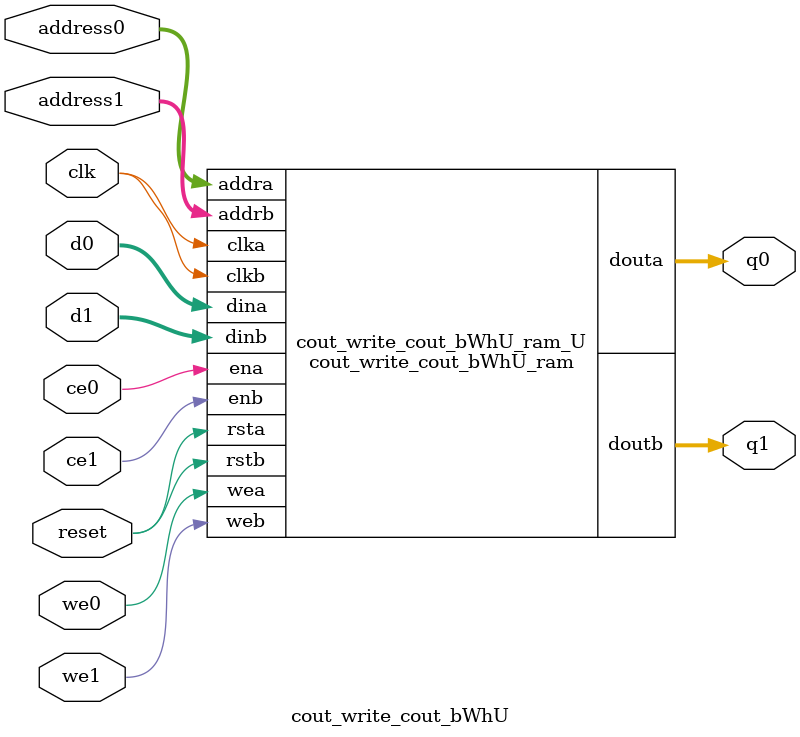
<source format=v>

`timescale 1ps/1ps

module cout_write_cout_bWhU_ram # (

  // Common module parameters
  parameter integer                 MEMORY_SIZE        = 2076672,
  parameter                         MEMORY_PRIMITIVE   = "ultra",
  parameter                         CLOCKING_MODE      = "common_clock",
  parameter                         ECC_MODE           = "no_ecc",
  parameter                         MEMORY_INIT_FILE   = "none",
  parameter                         WAKEUP_TIME        = "disable_sleep",
  parameter integer                 MESSAGE_CONTROL    = 0,

  // Port A module parameters
  parameter integer                 WRITE_DATA_WIDTH_A = 512,
  parameter integer                 READ_DATA_WIDTH_A  = WRITE_DATA_WIDTH_A,
  parameter integer                 BYTE_WRITE_WIDTH_A = WRITE_DATA_WIDTH_A,
  parameter integer                 ADDR_WIDTH_A       = 12,
  parameter                         READ_RESET_VALUE_A = "0",
  parameter integer                 READ_LATENCY_A     = 2,
  parameter                         WRITE_MODE_A       = "no_change",

  // Port B module parameters
  parameter integer                 WRITE_DATA_WIDTH_B = WRITE_DATA_WIDTH_A,
  parameter integer                 READ_DATA_WIDTH_B  = WRITE_DATA_WIDTH_B,
  parameter integer                 BYTE_WRITE_WIDTH_B = WRITE_DATA_WIDTH_B,
  parameter integer                 ADDR_WIDTH_B       = ADDR_WIDTH_A,
  parameter                         READ_RESET_VALUE_B = "0",
  parameter integer                 READ_LATENCY_B     = READ_LATENCY_A,
  parameter                         WRITE_MODE_B       = WRITE_MODE_A
) (

  // Port A module ports
  input  wire                                               clka,
  input  wire                                               rsta,
  input  wire                                               ena,
  input  wire [ADDR_WIDTH_A-1:0]                            addra,
  input  wire [(WRITE_DATA_WIDTH_A/BYTE_WRITE_WIDTH_A)-1:0] wea,
  input  wire [WRITE_DATA_WIDTH_A-1:0]                      dina,
  output wire [READ_DATA_WIDTH_A-1:0]                       douta,

  // Port B module ports
  input  wire                                               clkb,
  input  wire                                               rstb,
  input  wire                                               enb,
  input  wire [ADDR_WIDTH_B-1:0]                            addrb,
  input  wire [(WRITE_DATA_WIDTH_B/BYTE_WRITE_WIDTH_B)-1:0] web,
  input  wire [WRITE_DATA_WIDTH_B-1:0]                      dinb,
  output wire [READ_DATA_WIDTH_B-1:0]                       doutb
);

// Set parameter values and connect ports to instantiate an XPM_MEMORY true dual port RAM configuration
xpm_memory_tdpram # (

  // Common module parameters
  .MEMORY_SIZE        (MEMORY_SIZE),   //positive integer
  .MEMORY_PRIMITIVE   (MEMORY_PRIMITIVE),      //string; "auto", "distributed", "block" or "ultra";
  .CLOCKING_MODE      (CLOCKING_MODE),      //string; "common_clock", "independent_clock"
  .ECC_MODE           (ECC_MODE),      //do not change
  .MEMORY_INIT_FILE   (MEMORY_INIT_FILE), //string; "none" or "<filename>.mem" 
  .MEMORY_INIT_PARAM  (""), //string;
  .WAKEUP_TIME        (WAKEUP_TIME),      //string; "disable_sleep" or "use_sleep_pin"
  .MESSAGE_CONTROL    (MESSAGE_CONTROL),      //do not change

  // Port A module parameters
  .WRITE_DATA_WIDTH_A (WRITE_DATA_WIDTH_A),     //positive integer
  .READ_DATA_WIDTH_A  (READ_DATA_WIDTH_A),     //positive integer
  .BYTE_WRITE_WIDTH_A (BYTE_WRITE_WIDTH_A),     //integer; 8, 9, or WRITE_DATA_WIDTH_A value
  .ADDR_WIDTH_A       (ADDR_WIDTH_A),      //positive integer
  .READ_RESET_VALUE_A (READ_RESET_VALUE_A),  //string
  .READ_LATENCY_A     (READ_LATENCY_A),      //non-negative integer
  .WRITE_MODE_A       (WRITE_MODE_A),       //string; "write_first", "read_first", "no_change"

  // Port B module parameters
  .WRITE_DATA_WIDTH_B (WRITE_DATA_WIDTH_B),     //positive integer
  .READ_DATA_WIDTH_B  (READ_DATA_WIDTH_B),     //positive integer
  .BYTE_WRITE_WIDTH_B (BYTE_WRITE_WIDTH_B),     //integer; 8, 9, or WRITE_DATA_WIDTH_B value
  .ADDR_WIDTH_B       (ADDR_WIDTH_B),      //positive integer
  .READ_RESET_VALUE_B (READ_RESET_VALUE_B),  //string
  .READ_LATENCY_B     (READ_LATENCY_B),      //non-negative integer
  .WRITE_MODE_B       (WRITE_MODE_B)       //string; "write_first", "read_first", "no_change"

) xpm_memory_tdpram_inst (

  // Common module ports
  .sleep          (1'b0),  //do not change

  // Port A module ports
  .clka           (clka),
  .rsta           (rsta),
  .ena            (ena),
  .regcea         (ena),
  .addra          (addra),
  .wea            (wea),
  .dina           (dina),
  .injectsbiterra (1'b0),  //do not change
  .injectdbiterra (1'b0),  //do not change
  .douta          (douta),
  .sbiterra       (),      //do not change
  .dbiterra       (),      //do not change

  // Port B module ports
  .clkb           (clkb),
  .rstb           (rstb),
  .enb            (enb),
  .regceb         (enb),
  .addrb          (addrb),
  .web            (web),
  .dinb           (dinb),
  .injectsbiterrb (1'b0),  //do not change
  .injectdbiterrb (1'b0),  //do not change
  .doutb          (doutb),
  .sbiterrb       (),      //do not change
  .dbiterrb       ()       //do not change

);

endmodule : cout_write_cout_bWhU_ram
`timescale 1 ns / 1 ps
module cout_write_cout_bWhU(
    reset,
    clk,
    address0,
    ce0,
    address1,
    ce1,
    we0,
    d0,
    we1,
    d1,
    q0,
    q1);

parameter DataWidth = 32'd512;
parameter AddressRange = 32'd4056;
parameter AddressWidth = 32'd12;
input reset;
input clk;
input[AddressWidth - 1:0] address0;
input ce0;
input[AddressWidth - 1:0] address1;
input ce1;
input we0;
input[DataWidth - 1:0] d0;
input we1;
input[DataWidth - 1:0] d1;
output[DataWidth - 1:0] q0;
output[DataWidth - 1:0] q1;



cout_write_cout_bWhU_ram cout_write_cout_bWhU_ram_U(
    .clka( clk ),
    .clkb( clk ),
    .rsta( reset ),
    .rstb( reset ),
    .addra( address0 ),
    .ena( ce0 ),
    .addrb( address1 ),
    .enb( ce1 ),
    .dina( d0 ),
    .wea( we0 ),
    .dinb( d1 ),
    .web( we1 ),
    .douta( q0 ),
    .doutb( q1 ));

endmodule


</source>
